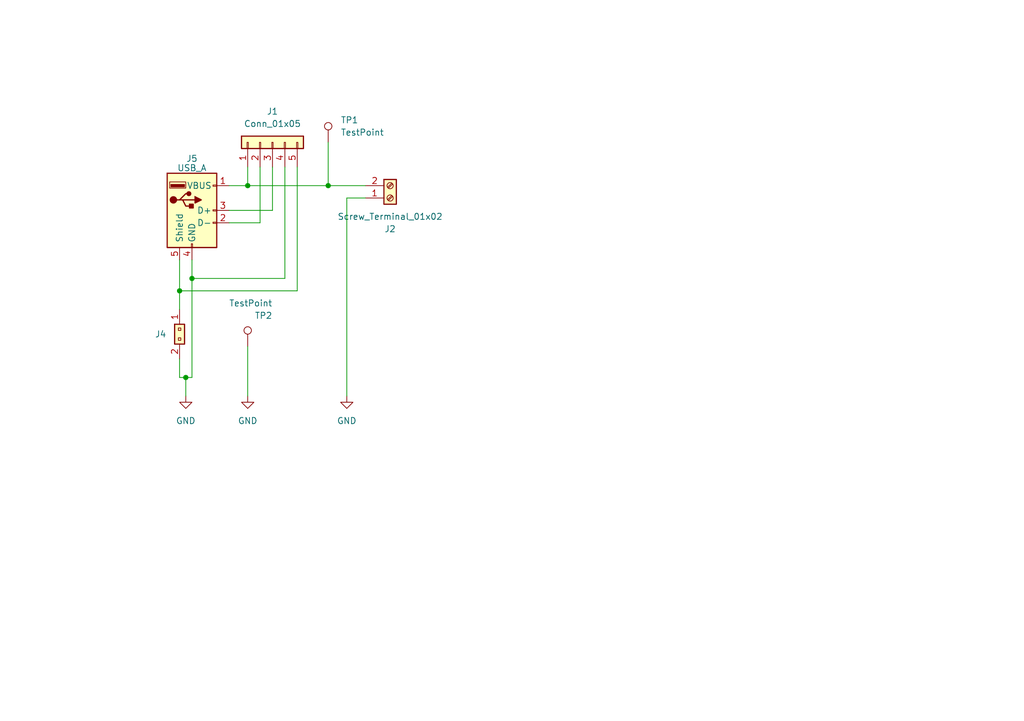
<source format=kicad_sch>
(kicad_sch (version 20230121) (generator eeschema)

  (uuid 6c7e0a92-6554-4deb-ab07-8e0c62df15a5)

  (paper "A5")

  (lib_symbols
    (symbol "Connector:Screw_Terminal_01x02" (pin_names (offset 1.016) hide) (in_bom yes) (on_board yes)
      (property "Reference" "J" (at 0 2.54 0)
        (effects (font (size 1.27 1.27)))
      )
      (property "Value" "Screw_Terminal_01x02" (at 0 -5.08 0)
        (effects (font (size 1.27 1.27)))
      )
      (property "Footprint" "" (at 0 0 0)
        (effects (font (size 1.27 1.27)) hide)
      )
      (property "Datasheet" "~" (at 0 0 0)
        (effects (font (size 1.27 1.27)) hide)
      )
      (property "ki_keywords" "screw terminal" (at 0 0 0)
        (effects (font (size 1.27 1.27)) hide)
      )
      (property "ki_description" "Generic screw terminal, single row, 01x02, script generated (kicad-library-utils/schlib/autogen/connector/)" (at 0 0 0)
        (effects (font (size 1.27 1.27)) hide)
      )
      (property "ki_fp_filters" "TerminalBlock*:*" (at 0 0 0)
        (effects (font (size 1.27 1.27)) hide)
      )
      (symbol "Screw_Terminal_01x02_1_1"
        (rectangle (start -1.27 1.27) (end 1.27 -3.81)
          (stroke (width 0.254) (type default))
          (fill (type background))
        )
        (circle (center 0 -2.54) (radius 0.635)
          (stroke (width 0.1524) (type default))
          (fill (type none))
        )
        (polyline
          (pts
            (xy -0.5334 -2.2098)
            (xy 0.3302 -3.048)
          )
          (stroke (width 0.1524) (type default))
          (fill (type none))
        )
        (polyline
          (pts
            (xy -0.5334 0.3302)
            (xy 0.3302 -0.508)
          )
          (stroke (width 0.1524) (type default))
          (fill (type none))
        )
        (polyline
          (pts
            (xy -0.3556 -2.032)
            (xy 0.508 -2.8702)
          )
          (stroke (width 0.1524) (type default))
          (fill (type none))
        )
        (polyline
          (pts
            (xy -0.3556 0.508)
            (xy 0.508 -0.3302)
          )
          (stroke (width 0.1524) (type default))
          (fill (type none))
        )
        (circle (center 0 0) (radius 0.635)
          (stroke (width 0.1524) (type default))
          (fill (type none))
        )
        (pin passive line (at -5.08 0 0) (length 3.81)
          (name "Pin_1" (effects (font (size 1.27 1.27))))
          (number "1" (effects (font (size 1.27 1.27))))
        )
        (pin passive line (at -5.08 -2.54 0) (length 3.81)
          (name "Pin_2" (effects (font (size 1.27 1.27))))
          (number "2" (effects (font (size 1.27 1.27))))
        )
      )
    )
    (symbol "Connector:TestPoint" (pin_numbers hide) (pin_names (offset 0.762) hide) (in_bom yes) (on_board yes)
      (property "Reference" "TP" (at 0 6.858 0)
        (effects (font (size 1.27 1.27)))
      )
      (property "Value" "TestPoint" (at 0 5.08 0)
        (effects (font (size 1.27 1.27)))
      )
      (property "Footprint" "" (at 5.08 0 0)
        (effects (font (size 1.27 1.27)) hide)
      )
      (property "Datasheet" "~" (at 5.08 0 0)
        (effects (font (size 1.27 1.27)) hide)
      )
      (property "ki_keywords" "test point tp" (at 0 0 0)
        (effects (font (size 1.27 1.27)) hide)
      )
      (property "ki_description" "test point" (at 0 0 0)
        (effects (font (size 1.27 1.27)) hide)
      )
      (property "ki_fp_filters" "Pin* Test*" (at 0 0 0)
        (effects (font (size 1.27 1.27)) hide)
      )
      (symbol "TestPoint_0_1"
        (circle (center 0 3.302) (radius 0.762)
          (stroke (width 0) (type default))
          (fill (type none))
        )
      )
      (symbol "TestPoint_1_1"
        (pin passive line (at 0 0 90) (length 2.54)
          (name "1" (effects (font (size 1.27 1.27))))
          (number "1" (effects (font (size 1.27 1.27))))
        )
      )
    )
    (symbol "Connector:USB_A" (pin_names (offset 1.016)) (in_bom yes) (on_board yes)
      (property "Reference" "J" (at -5.08 11.43 0)
        (effects (font (size 1.27 1.27)) (justify left))
      )
      (property "Value" "USB_A" (at -5.08 8.89 0)
        (effects (font (size 1.27 1.27)) (justify left))
      )
      (property "Footprint" "" (at 3.81 -1.27 0)
        (effects (font (size 1.27 1.27)) hide)
      )
      (property "Datasheet" " ~" (at 3.81 -1.27 0)
        (effects (font (size 1.27 1.27)) hide)
      )
      (property "ki_keywords" "connector USB" (at 0 0 0)
        (effects (font (size 1.27 1.27)) hide)
      )
      (property "ki_description" "USB Type A connector" (at 0 0 0)
        (effects (font (size 1.27 1.27)) hide)
      )
      (property "ki_fp_filters" "USB*" (at 0 0 0)
        (effects (font (size 1.27 1.27)) hide)
      )
      (symbol "USB_A_0_1"
        (rectangle (start -5.08 -7.62) (end 5.08 7.62)
          (stroke (width 0.254) (type default))
          (fill (type background))
        )
        (circle (center -3.81 2.159) (radius 0.635)
          (stroke (width 0.254) (type default))
          (fill (type outline))
        )
        (rectangle (start -1.524 4.826) (end -4.318 5.334)
          (stroke (width 0) (type default))
          (fill (type outline))
        )
        (rectangle (start -1.27 4.572) (end -4.572 5.842)
          (stroke (width 0) (type default))
          (fill (type none))
        )
        (circle (center -0.635 3.429) (radius 0.381)
          (stroke (width 0.254) (type default))
          (fill (type outline))
        )
        (rectangle (start -0.127 -7.62) (end 0.127 -6.858)
          (stroke (width 0) (type default))
          (fill (type none))
        )
        (polyline
          (pts
            (xy -3.175 2.159)
            (xy -2.54 2.159)
            (xy -1.27 3.429)
            (xy -0.635 3.429)
          )
          (stroke (width 0.254) (type default))
          (fill (type none))
        )
        (polyline
          (pts
            (xy -2.54 2.159)
            (xy -1.905 2.159)
            (xy -1.27 0.889)
            (xy 0 0.889)
          )
          (stroke (width 0.254) (type default))
          (fill (type none))
        )
        (polyline
          (pts
            (xy 0.635 2.794)
            (xy 0.635 1.524)
            (xy 1.905 2.159)
            (xy 0.635 2.794)
          )
          (stroke (width 0.254) (type default))
          (fill (type outline))
        )
        (rectangle (start 0.254 1.27) (end -0.508 0.508)
          (stroke (width 0.254) (type default))
          (fill (type outline))
        )
        (rectangle (start 5.08 -2.667) (end 4.318 -2.413)
          (stroke (width 0) (type default))
          (fill (type none))
        )
        (rectangle (start 5.08 -0.127) (end 4.318 0.127)
          (stroke (width 0) (type default))
          (fill (type none))
        )
        (rectangle (start 5.08 4.953) (end 4.318 5.207)
          (stroke (width 0) (type default))
          (fill (type none))
        )
      )
      (symbol "USB_A_1_1"
        (polyline
          (pts
            (xy -1.905 2.159)
            (xy 0.635 2.159)
          )
          (stroke (width 0.254) (type default))
          (fill (type none))
        )
        (pin power_in line (at 7.62 5.08 180) (length 2.54)
          (name "VBUS" (effects (font (size 1.27 1.27))))
          (number "1" (effects (font (size 1.27 1.27))))
        )
        (pin bidirectional line (at 7.62 -2.54 180) (length 2.54)
          (name "D-" (effects (font (size 1.27 1.27))))
          (number "2" (effects (font (size 1.27 1.27))))
        )
        (pin bidirectional line (at 7.62 0 180) (length 2.54)
          (name "D+" (effects (font (size 1.27 1.27))))
          (number "3" (effects (font (size 1.27 1.27))))
        )
        (pin power_in line (at 0 -10.16 90) (length 2.54)
          (name "GND" (effects (font (size 1.27 1.27))))
          (number "4" (effects (font (size 1.27 1.27))))
        )
        (pin passive line (at -2.54 -10.16 90) (length 2.54)
          (name "Shield" (effects (font (size 1.27 1.27))))
          (number "5" (effects (font (size 1.27 1.27))))
        )
      )
    )
    (symbol "Connector_Generic:Conn_01x05" (pin_names (offset 1.016) hide) (in_bom yes) (on_board yes)
      (property "Reference" "J" (at 0 7.62 0)
        (effects (font (size 1.27 1.27)))
      )
      (property "Value" "Conn_01x05" (at 0 -7.62 0)
        (effects (font (size 1.27 1.27)))
      )
      (property "Footprint" "" (at 0 0 0)
        (effects (font (size 1.27 1.27)) hide)
      )
      (property "Datasheet" "~" (at 0 0 0)
        (effects (font (size 1.27 1.27)) hide)
      )
      (property "ki_keywords" "connector" (at 0 0 0)
        (effects (font (size 1.27 1.27)) hide)
      )
      (property "ki_description" "Generic connector, single row, 01x05, script generated (kicad-library-utils/schlib/autogen/connector/)" (at 0 0 0)
        (effects (font (size 1.27 1.27)) hide)
      )
      (property "ki_fp_filters" "Connector*:*_1x??_*" (at 0 0 0)
        (effects (font (size 1.27 1.27)) hide)
      )
      (symbol "Conn_01x05_1_1"
        (rectangle (start -1.27 -4.953) (end 0 -5.207)
          (stroke (width 0.1524) (type default))
          (fill (type none))
        )
        (rectangle (start -1.27 -2.413) (end 0 -2.667)
          (stroke (width 0.1524) (type default))
          (fill (type none))
        )
        (rectangle (start -1.27 0.127) (end 0 -0.127)
          (stroke (width 0.1524) (type default))
          (fill (type none))
        )
        (rectangle (start -1.27 2.667) (end 0 2.413)
          (stroke (width 0.1524) (type default))
          (fill (type none))
        )
        (rectangle (start -1.27 5.207) (end 0 4.953)
          (stroke (width 0.1524) (type default))
          (fill (type none))
        )
        (rectangle (start -1.27 6.35) (end 1.27 -6.35)
          (stroke (width 0.254) (type default))
          (fill (type background))
        )
        (pin passive line (at -5.08 5.08 0) (length 3.81)
          (name "Pin_1" (effects (font (size 1.27 1.27))))
          (number "1" (effects (font (size 1.27 1.27))))
        )
        (pin passive line (at -5.08 2.54 0) (length 3.81)
          (name "Pin_2" (effects (font (size 1.27 1.27))))
          (number "2" (effects (font (size 1.27 1.27))))
        )
        (pin passive line (at -5.08 0 0) (length 3.81)
          (name "Pin_3" (effects (font (size 1.27 1.27))))
          (number "3" (effects (font (size 1.27 1.27))))
        )
        (pin passive line (at -5.08 -2.54 0) (length 3.81)
          (name "Pin_4" (effects (font (size 1.27 1.27))))
          (number "4" (effects (font (size 1.27 1.27))))
        )
        (pin passive line (at -5.08 -5.08 0) (length 3.81)
          (name "Pin_5" (effects (font (size 1.27 1.27))))
          (number "5" (effects (font (size 1.27 1.27))))
        )
      )
    )
    (symbol "kiu:1x02_Jumper" (in_bom yes) (on_board yes)
      (property "Reference" "J" (at 0 2.54 0)
        (effects (font (size 1.27 1.27)))
      )
      (property "Value" "1x02_Jumper" (at 0 -2.54 0)
        (effects (font (size 1.27 1.27)) hide)
      )
      (property "Footprint" "" (at 0 0 0)
        (effects (font (size 1.27 1.27)) hide)
      )
      (property "Datasheet" "" (at 0 0 0)
        (effects (font (size 1.27 1.27)) hide)
      )
      (symbol "1x02_Jumper_0_1"
        (rectangle (start -1.27 0.254) (end -0.762 -0.254)
          (stroke (width 0.1524) (type default))
          (fill (type none))
        )
        (rectangle (start 0.762 0.254) (end 1.27 -0.254)
          (stroke (width 0.1524) (type default))
          (fill (type none))
        )
      )
      (symbol "1x02_Jumper_1_1"
        (rectangle (start -2.032 1.016) (end 2.032 -1.016)
          (stroke (width 0.254) (type default))
          (fill (type background))
        )
        (pin passive line (at -5.08 0 0) (length 3.04)
          (name "" (effects (font (size 1.27 1.27))))
          (number "1" (effects (font (size 1.27 1.27))))
        )
        (pin passive line (at 5.08 0 180) (length 3.04)
          (name "" (effects (font (size 1.27 1.27))))
          (number "2" (effects (font (size 1.27 1.27))))
        )
      )
    )
    (symbol "power:GND" (power) (pin_names (offset 0)) (in_bom yes) (on_board yes)
      (property "Reference" "#PWR" (at 0 -6.35 0)
        (effects (font (size 1.27 1.27)) hide)
      )
      (property "Value" "GND" (at 0 -3.81 0)
        (effects (font (size 1.27 1.27)))
      )
      (property "Footprint" "" (at 0 0 0)
        (effects (font (size 1.27 1.27)) hide)
      )
      (property "Datasheet" "" (at 0 0 0)
        (effects (font (size 1.27 1.27)) hide)
      )
      (property "ki_keywords" "global power" (at 0 0 0)
        (effects (font (size 1.27 1.27)) hide)
      )
      (property "ki_description" "Power symbol creates a global label with name \"GND\" , ground" (at 0 0 0)
        (effects (font (size 1.27 1.27)) hide)
      )
      (symbol "GND_0_1"
        (polyline
          (pts
            (xy 0 0)
            (xy 0 -1.27)
            (xy 1.27 -1.27)
            (xy 0 -2.54)
            (xy -1.27 -1.27)
            (xy 0 -1.27)
          )
          (stroke (width 0) (type default))
          (fill (type none))
        )
      )
      (symbol "GND_1_1"
        (pin power_in line (at 0 0 270) (length 0) hide
          (name "GND" (effects (font (size 1.27 1.27))))
          (number "1" (effects (font (size 1.27 1.27))))
        )
      )
    )
  )

  (junction (at 50.8 38.1) (diameter 0) (color 0 0 0 0)
    (uuid 2c11dbcf-a632-4296-9b43-95cbcdc2617a)
  )
  (junction (at 38.1 77.47) (diameter 0) (color 0 0 0 0)
    (uuid 89c2fa1d-a54b-474f-a2af-01b59adf6c7b)
  )
  (junction (at 36.83 59.69) (diameter 0) (color 0 0 0 0)
    (uuid 9ea98aa1-2ebe-413c-968c-bd6b64dff8b5)
  )
  (junction (at 39.37 57.15) (diameter 0) (color 0 0 0 0)
    (uuid ab3ece20-5069-473c-b97a-485080dcc632)
  )
  (junction (at 67.31 38.1) (diameter 0) (color 0 0 0 0)
    (uuid fc7d88b5-dd4a-492d-8c93-dadcd43b329e)
  )

  (wire (pts (xy 50.8 71.12) (xy 50.8 81.28))
    (stroke (width 0) (type default))
    (uuid 13aa008e-a279-4ab2-9000-ee4dc925facd)
  )
  (wire (pts (xy 46.99 38.1) (xy 50.8 38.1))
    (stroke (width 0) (type default))
    (uuid 1922cdc0-f7e0-421c-84e6-f7500e60f339)
  )
  (wire (pts (xy 36.83 77.47) (xy 38.1 77.47))
    (stroke (width 0) (type default))
    (uuid 22dd8484-d7e4-4e27-a191-372dc6093dec)
  )
  (wire (pts (xy 36.83 59.69) (xy 36.83 63.5))
    (stroke (width 0) (type default))
    (uuid 25e64984-9427-45af-8bd0-4909d14731a3)
  )
  (wire (pts (xy 39.37 57.15) (xy 39.37 53.34))
    (stroke (width 0) (type default))
    (uuid 25ec2782-9d61-4562-88a1-11659f5b2727)
  )
  (wire (pts (xy 36.83 73.66) (xy 36.83 77.47))
    (stroke (width 0) (type default))
    (uuid 2ea9b807-5e72-4278-8fb8-b8ce3903d2c0)
  )
  (wire (pts (xy 60.96 34.29) (xy 60.96 59.69))
    (stroke (width 0) (type default))
    (uuid 3373cb32-5c7e-4084-95f6-018f5b52758a)
  )
  (wire (pts (xy 71.12 40.64) (xy 71.12 81.28))
    (stroke (width 0) (type default))
    (uuid 41acc76a-ac20-4efe-a851-a7d8943828f2)
  )
  (wire (pts (xy 39.37 57.15) (xy 39.37 77.47))
    (stroke (width 0) (type default))
    (uuid 4b664800-94f7-4fb7-b835-53d8572d6c26)
  )
  (wire (pts (xy 46.99 43.18) (xy 55.88 43.18))
    (stroke (width 0) (type default))
    (uuid 63982c1e-647b-4146-b0e7-956943a67ae4)
  )
  (wire (pts (xy 53.34 45.72) (xy 46.99 45.72))
    (stroke (width 0) (type default))
    (uuid 7263ba0e-cd3e-411d-8b27-7ca70d4d4226)
  )
  (wire (pts (xy 58.42 57.15) (xy 39.37 57.15))
    (stroke (width 0) (type default))
    (uuid 7fa70116-29b8-40a6-bc29-bbe14041ddf7)
  )
  (wire (pts (xy 50.8 34.29) (xy 50.8 38.1))
    (stroke (width 0) (type default))
    (uuid 7ffa0909-f74c-4265-9051-950daa791b69)
  )
  (wire (pts (xy 53.34 34.29) (xy 53.34 45.72))
    (stroke (width 0) (type default))
    (uuid 81e29239-1a1e-4b6e-8c2e-cb733449f677)
  )
  (wire (pts (xy 74.93 40.64) (xy 71.12 40.64))
    (stroke (width 0) (type default))
    (uuid 86e3b19d-b820-4de4-ab44-3faa54351d87)
  )
  (wire (pts (xy 38.1 77.47) (xy 39.37 77.47))
    (stroke (width 0) (type default))
    (uuid 8f377c09-e080-4540-954c-2948b95bb0e4)
  )
  (wire (pts (xy 36.83 53.34) (xy 36.83 59.69))
    (stroke (width 0) (type default))
    (uuid 986bbc96-b697-4cc4-885a-e19cb9da56d0)
  )
  (wire (pts (xy 60.96 59.69) (xy 36.83 59.69))
    (stroke (width 0) (type default))
    (uuid 9b712bfb-0572-47c0-b412-621bbe42afe8)
  )
  (wire (pts (xy 50.8 38.1) (xy 67.31 38.1))
    (stroke (width 0) (type default))
    (uuid a6171bd5-aac6-4626-9511-df2399323d7e)
  )
  (wire (pts (xy 55.88 43.18) (xy 55.88 34.29))
    (stroke (width 0) (type default))
    (uuid a909d3ed-94e7-45d4-8b42-2d9b621411fb)
  )
  (wire (pts (xy 67.31 29.21) (xy 67.31 38.1))
    (stroke (width 0) (type default))
    (uuid cae5ea5a-7f57-4121-84be-7b1a9c8be94b)
  )
  (wire (pts (xy 58.42 34.29) (xy 58.42 57.15))
    (stroke (width 0) (type default))
    (uuid d9f8838c-8c33-45d1-bdcb-0653910c8783)
  )
  (wire (pts (xy 67.31 38.1) (xy 74.93 38.1))
    (stroke (width 0) (type default))
    (uuid eb863848-2170-4afe-97dc-ae8c99e5af20)
  )
  (wire (pts (xy 38.1 77.47) (xy 38.1 81.28))
    (stroke (width 0) (type default))
    (uuid fab98864-a447-4a21-9222-d9ba47aff6cc)
  )

  (symbol (lib_id "Connector:Screw_Terminal_01x02") (at 80.01 40.64 0) (mirror x) (unit 1)
    (in_bom yes) (on_board yes) (dnp no)
    (uuid 0ce7a2fe-f0c5-466c-8d16-8f5a6a3438f4)
    (property "Reference" "J2" (at 80.01 46.99 0)
      (effects (font (size 1.27 1.27)))
    )
    (property "Value" "Screw_Terminal_01x02" (at 80.01 44.45 0)
      (effects (font (size 1.27 1.27)))
    )
    (property "Footprint" "TerminalBlock_RND:TerminalBlock_RND_205-00287_1x02_P5.08mm_Horizontal" (at 80.01 40.64 0)
      (effects (font (size 1.27 1.27)) hide)
    )
    (property "Datasheet" "~" (at 80.01 40.64 0)
      (effects (font (size 1.27 1.27)) hide)
    )
    (pin "1" (uuid c5563bc3-0b3c-4917-8206-b57623291b7a))
    (pin "2" (uuid b1535345-fe05-42ae-ad99-3958d58569c9))
    (instances
      (project "USBLabBreakout"
        (path "/6c7e0a92-6554-4deb-ab07-8e0c62df15a5"
          (reference "J2") (unit 1)
        )
      )
    )
  )

  (symbol (lib_id "Connector_Generic:Conn_01x05") (at 55.88 29.21 90) (unit 1)
    (in_bom yes) (on_board yes) (dnp no) (fields_autoplaced)
    (uuid 26167ad8-ce5f-4427-a125-f4864688630b)
    (property "Reference" "J1" (at 55.88 22.86 90)
      (effects (font (size 1.27 1.27)))
    )
    (property "Value" "Conn_01x05" (at 55.88 25.4 90)
      (effects (font (size 1.27 1.27)))
    )
    (property "Footprint" "Connector_PinSocket_2.54mm:PinSocket_1x05_P2.54mm_Vertical" (at 55.88 29.21 0)
      (effects (font (size 1.27 1.27)) hide)
    )
    (property "Datasheet" "~" (at 55.88 29.21 0)
      (effects (font (size 1.27 1.27)) hide)
    )
    (pin "1" (uuid 5bdb7564-432e-4940-827f-f40d4bac0577))
    (pin "2" (uuid effa4978-020b-4ae4-b6bf-658881a249a8))
    (pin "3" (uuid 6030a816-68c6-4758-b87e-8b1e7cf744a4))
    (pin "4" (uuid e051148b-0550-4e3a-80e4-3ebb62257ef3))
    (pin "5" (uuid 3a128285-2653-4a22-a131-13fe8adcd286))
    (instances
      (project "USBLabBreakout"
        (path "/6c7e0a92-6554-4deb-ab07-8e0c62df15a5"
          (reference "J1") (unit 1)
        )
      )
    )
  )

  (symbol (lib_id "Connector:TestPoint") (at 50.8 71.12 0) (unit 1)
    (in_bom yes) (on_board yes) (dnp no)
    (uuid 49268826-289f-4825-ab33-0aeab89ac4b0)
    (property "Reference" "TP2" (at 55.88 64.77 0)
      (effects (font (size 1.27 1.27)) (justify right))
    )
    (property "Value" "TestPoint" (at 55.88 62.23 0)
      (effects (font (size 1.27 1.27)) (justify right))
    )
    (property "Footprint" "TestPoint:TestPoint_Keystone_5010-5014_Multipurpose" (at 55.88 71.12 0)
      (effects (font (size 1.27 1.27)) hide)
    )
    (property "Datasheet" "~" (at 55.88 71.12 0)
      (effects (font (size 1.27 1.27)) hide)
    )
    (pin "1" (uuid 42a4e5fb-26ac-41a6-9493-b5a2ef323d52))
    (instances
      (project "USBLabBreakout"
        (path "/6c7e0a92-6554-4deb-ab07-8e0c62df15a5"
          (reference "TP2") (unit 1)
        )
      )
    )
  )

  (symbol (lib_id "kiu:1x02_Jumper") (at 36.83 68.58 270) (unit 1)
    (in_bom yes) (on_board yes) (dnp no)
    (uuid 7eeb6b6b-916b-41cb-9d27-3a7a1d9733cf)
    (property "Reference" "J4" (at 31.75 68.58 90)
      (effects (font (size 1.27 1.27)) (justify left))
    )
    (property "Value" "1x02_Jumper" (at 34.29 68.58 0)
      (effects (font (size 1.27 1.27)) hide)
    )
    (property "Footprint" "Connector_PinHeader_2.54mm:PinHeader_1x02_P2.54mm_Vertical" (at 36.83 68.58 0)
      (effects (font (size 1.27 1.27)) hide)
    )
    (property "Datasheet" "" (at 36.83 68.58 0)
      (effects (font (size 1.27 1.27)) hide)
    )
    (pin "1" (uuid 641e8020-a50f-409d-9ea0-548137107cbc))
    (pin "2" (uuid 9b4a3f94-825a-45cb-9b80-72f6b124401a))
    (instances
      (project "USBLabBreakout"
        (path "/6c7e0a92-6554-4deb-ab07-8e0c62df15a5"
          (reference "J4") (unit 1)
        )
      )
    )
  )

  (symbol (lib_id "Connector:TestPoint") (at 67.31 29.21 0) (unit 1)
    (in_bom yes) (on_board yes) (dnp no) (fields_autoplaced)
    (uuid 9505508f-c6ab-41a2-b0e4-9e23e47a0b21)
    (property "Reference" "TP1" (at 69.85 24.638 0)
      (effects (font (size 1.27 1.27)) (justify left))
    )
    (property "Value" "TestPoint" (at 69.85 27.178 0)
      (effects (font (size 1.27 1.27)) (justify left))
    )
    (property "Footprint" "TestPoint:TestPoint_Keystone_5010-5014_Multipurpose" (at 72.39 29.21 0)
      (effects (font (size 1.27 1.27)) hide)
    )
    (property "Datasheet" "~" (at 72.39 29.21 0)
      (effects (font (size 1.27 1.27)) hide)
    )
    (pin "1" (uuid 43033484-caf0-453c-9d96-99451b20798c))
    (instances
      (project "USBLabBreakout"
        (path "/6c7e0a92-6554-4deb-ab07-8e0c62df15a5"
          (reference "TP1") (unit 1)
        )
      )
    )
  )

  (symbol (lib_id "power:GND") (at 50.8 81.28 0) (unit 1)
    (in_bom yes) (on_board yes) (dnp no) (fields_autoplaced)
    (uuid a7d22b1a-2ee4-4c48-a532-e45f4d97bf1e)
    (property "Reference" "#PWR02" (at 50.8 87.63 0)
      (effects (font (size 1.27 1.27)) hide)
    )
    (property "Value" "GND" (at 50.8 86.36 0)
      (effects (font (size 1.27 1.27)))
    )
    (property "Footprint" "" (at 50.8 81.28 0)
      (effects (font (size 1.27 1.27)) hide)
    )
    (property "Datasheet" "" (at 50.8 81.28 0)
      (effects (font (size 1.27 1.27)) hide)
    )
    (pin "1" (uuid 9d688d89-ec8f-44e3-82c9-9045ddeecdc5))
    (instances
      (project "USBLabBreakout"
        (path "/6c7e0a92-6554-4deb-ab07-8e0c62df15a5"
          (reference "#PWR02") (unit 1)
        )
      )
    )
  )

  (symbol (lib_id "power:GND") (at 38.1 81.28 0) (unit 1)
    (in_bom yes) (on_board yes) (dnp no) (fields_autoplaced)
    (uuid dc9908fb-3932-4b42-a1b1-a8a6e6cf8bf5)
    (property "Reference" "#PWR01" (at 38.1 87.63 0)
      (effects (font (size 1.27 1.27)) hide)
    )
    (property "Value" "GND" (at 38.1 86.36 0)
      (effects (font (size 1.27 1.27)))
    )
    (property "Footprint" "" (at 38.1 81.28 0)
      (effects (font (size 1.27 1.27)) hide)
    )
    (property "Datasheet" "" (at 38.1 81.28 0)
      (effects (font (size 1.27 1.27)) hide)
    )
    (pin "1" (uuid 36429147-49d1-4bcf-83dc-8f48f21bdac9))
    (instances
      (project "USBLabBreakout"
        (path "/6c7e0a92-6554-4deb-ab07-8e0c62df15a5"
          (reference "#PWR01") (unit 1)
        )
      )
    )
  )

  (symbol (lib_id "Connector:USB_A") (at 39.37 43.18 0) (unit 1)
    (in_bom yes) (on_board yes) (dnp no) (fields_autoplaced)
    (uuid f8b07a3f-1497-49d1-9d0c-5b9f5921ec11)
    (property "Reference" "J1" (at 39.37 32.5501 0)
      (effects (font (size 1.27 1.27)))
    )
    (property "Value" "USB_A" (at 39.37 34.4711 0)
      (effects (font (size 1.27 1.27)))
    )
    (property "Footprint" "Connector_USB:USB_A_Molex_67643_Horizontal" (at 43.18 44.45 0)
      (effects (font (size 1.27 1.27)) hide)
    )
    (property "Datasheet" " ~" (at 43.18 44.45 0)
      (effects (font (size 1.27 1.27)) hide)
    )
    (pin "1" (uuid 4766cead-58fa-449f-9b8b-b7ce1da4debd))
    (pin "2" (uuid bc35ff4a-a55f-4839-a5d3-87a735272f3b))
    (pin "3" (uuid 5f5a634b-5f3a-4a8e-913d-5d161d68739b))
    (pin "4" (uuid d68cc95c-0453-4bfe-852a-4ae23c0f6156))
    (pin "5" (uuid c9a8f01a-2a2a-4db1-abc8-c2e0b7f71888))
    (instances
      (project "pwr-multi-usb"
        (path "/4f1f2024-db49-4e65-869e-c431d1b773fd"
          (reference "J1") (unit 1)
        )
      )
      (project "USBLabBreakout"
        (path "/6c7e0a92-6554-4deb-ab07-8e0c62df15a5"
          (reference "J5") (unit 1)
        )
      )
    )
  )

  (symbol (lib_id "power:GND") (at 71.12 81.28 0) (unit 1)
    (in_bom yes) (on_board yes) (dnp no) (fields_autoplaced)
    (uuid fc7d26e9-33a4-47c4-8133-9b733430b472)
    (property "Reference" "#PWR03" (at 71.12 87.63 0)
      (effects (font (size 1.27 1.27)) hide)
    )
    (property "Value" "GND" (at 71.12 86.36 0)
      (effects (font (size 1.27 1.27)))
    )
    (property "Footprint" "" (at 71.12 81.28 0)
      (effects (font (size 1.27 1.27)) hide)
    )
    (property "Datasheet" "" (at 71.12 81.28 0)
      (effects (font (size 1.27 1.27)) hide)
    )
    (pin "1" (uuid bbd43d08-cbd1-4a6b-8155-ced4c70dea68))
    (instances
      (project "USBLabBreakout"
        (path "/6c7e0a92-6554-4deb-ab07-8e0c62df15a5"
          (reference "#PWR03") (unit 1)
        )
      )
    )
  )

  (sheet_instances
    (path "/" (page "1"))
  )
)

</source>
